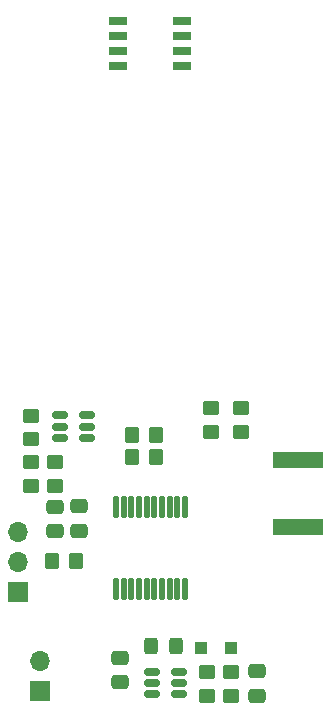
<source format=gbs>
G04 #@! TF.GenerationSoftware,KiCad,Pcbnew,6.0.10*
G04 #@! TF.CreationDate,2023-06-20T13:54:13-05:00*
G04 #@! TF.ProjectId,sensor_sigfox_1,73656e73-6f72-45f7-9369-67666f785f31,rev?*
G04 #@! TF.SameCoordinates,Original*
G04 #@! TF.FileFunction,Soldermask,Bot*
G04 #@! TF.FilePolarity,Negative*
%FSLAX46Y46*%
G04 Gerber Fmt 4.6, Leading zero omitted, Abs format (unit mm)*
G04 Created by KiCad (PCBNEW 6.0.10) date 2023-06-20 13:54:13*
%MOMM*%
%LPD*%
G01*
G04 APERTURE LIST*
G04 Aperture macros list*
%AMRoundRect*
0 Rectangle with rounded corners*
0 $1 Rounding radius*
0 $2 $3 $4 $5 $6 $7 $8 $9 X,Y pos of 4 corners*
0 Add a 4 corners polygon primitive as box body*
4,1,4,$2,$3,$4,$5,$6,$7,$8,$9,$2,$3,0*
0 Add four circle primitives for the rounded corners*
1,1,$1+$1,$2,$3*
1,1,$1+$1,$4,$5*
1,1,$1+$1,$6,$7*
1,1,$1+$1,$8,$9*
0 Add four rect primitives between the rounded corners*
20,1,$1+$1,$2,$3,$4,$5,0*
20,1,$1+$1,$4,$5,$6,$7,0*
20,1,$1+$1,$6,$7,$8,$9,0*
20,1,$1+$1,$8,$9,$2,$3,0*%
G04 Aperture macros list end*
%ADD10R,1.700000X1.700000*%
%ADD11O,1.700000X1.700000*%
%ADD12R,4.200000X1.350000*%
%ADD13R,1.000000X1.000000*%
%ADD14RoundRect,0.150000X0.512500X0.150000X-0.512500X0.150000X-0.512500X-0.150000X0.512500X-0.150000X0*%
%ADD15RoundRect,0.250000X-0.450000X0.350000X-0.450000X-0.350000X0.450000X-0.350000X0.450000X0.350000X0*%
%ADD16RoundRect,0.250000X-0.350000X-0.450000X0.350000X-0.450000X0.350000X0.450000X-0.350000X0.450000X0*%
%ADD17RoundRect,0.250000X0.450000X-0.350000X0.450000X0.350000X-0.450000X0.350000X-0.450000X-0.350000X0*%
%ADD18R,1.500000X0.650000*%
%ADD19RoundRect,0.150000X-0.512500X-0.150000X0.512500X-0.150000X0.512500X0.150000X-0.512500X0.150000X0*%
%ADD20RoundRect,0.250000X-0.475000X0.337500X-0.475000X-0.337500X0.475000X-0.337500X0.475000X0.337500X0*%
%ADD21RoundRect,0.250000X0.475000X-0.337500X0.475000X0.337500X-0.475000X0.337500X-0.475000X-0.337500X0*%
%ADD22RoundRect,0.250000X0.350000X0.450000X-0.350000X0.450000X-0.350000X-0.450000X0.350000X-0.450000X0*%
%ADD23RoundRect,0.125000X-0.125000X0.825000X-0.125000X-0.825000X0.125000X-0.825000X0.125000X0.825000X0*%
%ADD24RoundRect,0.250000X0.325000X0.450000X-0.325000X0.450000X-0.325000X-0.450000X0.325000X-0.450000X0*%
G04 APERTURE END LIST*
D10*
X115570000Y-85344000D03*
D11*
X115570000Y-82804000D03*
X115570000Y-80264000D03*
D10*
X117475000Y-93726000D03*
D11*
X117475000Y-91186000D03*
D12*
X139246000Y-79787000D03*
X139246000Y-74137000D03*
D13*
X133613000Y-90043000D03*
X131113000Y-90043000D03*
D14*
X129168000Y-92075000D03*
X129168000Y-93025000D03*
X129168000Y-93975000D03*
X126893000Y-93975000D03*
X126893000Y-93025000D03*
X126893000Y-92075000D03*
D15*
X116713000Y-74327000D03*
X116713000Y-76327000D03*
D16*
X125254000Y-72009000D03*
X127254000Y-72009000D03*
D17*
X133613000Y-94091000D03*
X133613000Y-92091000D03*
D18*
X124046000Y-40767000D03*
X124046000Y-39497000D03*
X124046000Y-38227000D03*
X124046000Y-36957000D03*
X129446000Y-36957000D03*
X129446000Y-38227000D03*
X129446000Y-39497000D03*
X129446000Y-40767000D03*
D19*
X119137000Y-72263000D03*
X119137000Y-71313000D03*
X119137000Y-70363000D03*
X121412000Y-70363000D03*
X121412000Y-71313000D03*
X121412000Y-72263000D03*
D20*
X124215000Y-90889000D03*
X124215000Y-92964000D03*
X120777000Y-78062000D03*
X120777000Y-80137000D03*
D21*
X135772000Y-94107000D03*
X135772000Y-92032000D03*
D22*
X120491000Y-82677000D03*
X118491000Y-82677000D03*
X127254000Y-73914000D03*
X125254000Y-73914000D03*
D17*
X134493000Y-71755000D03*
X134493000Y-69755000D03*
X118745000Y-76327000D03*
X118745000Y-74327000D03*
X116713000Y-72390000D03*
X116713000Y-70390000D03*
X131953000Y-71755000D03*
X131953000Y-69755000D03*
D23*
X123877000Y-78090000D03*
X124527000Y-78090000D03*
X125177000Y-78090000D03*
X125827000Y-78090000D03*
X126477000Y-78090000D03*
X127127000Y-78090000D03*
X127777000Y-78090000D03*
X128427000Y-78090000D03*
X129077000Y-78090000D03*
X129727000Y-78090000D03*
X129727000Y-85090000D03*
X129077000Y-85090000D03*
X128427000Y-85090000D03*
X127777000Y-85090000D03*
X127127000Y-85090000D03*
X126477000Y-85090000D03*
X125827000Y-85090000D03*
X125177000Y-85090000D03*
X124527000Y-85090000D03*
X123877000Y-85090000D03*
D24*
X128914000Y-89916000D03*
X126864000Y-89916000D03*
D15*
X131581000Y-92075000D03*
X131581000Y-94075000D03*
D20*
X118745000Y-78083500D03*
X118745000Y-80158500D03*
M02*

</source>
